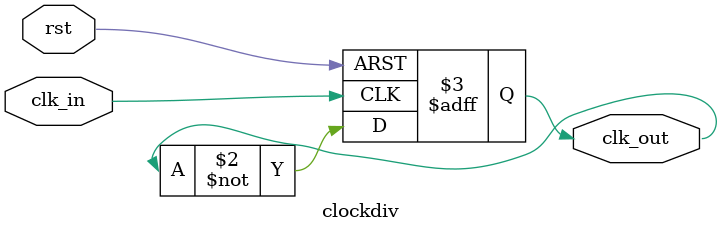
<source format=v>
module clockdiv(
    input clk_in, rst,
    output reg clk_out
);


always @(posedge clk_in or posedge rst) begin
  if(rst) clk_out <= 0;
  else clk_out <= ~clk_out;
end

endmodule

</source>
